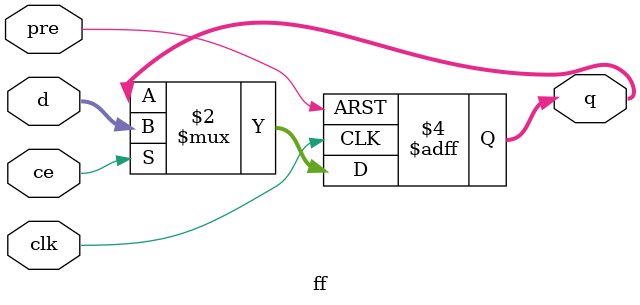
<source format=v>
module ff(clk,d,ce,pre,q);
	input clk,ce,pre;
	input [3:0] d;
	output [3:0] q;
	reg [3:0] q;
	always @(posedge clk or posedge pre)
	begin
		if(pre)
			q<=4'b1111;
		else if (ce)
			q<=d;
	end
endmodule
</source>
